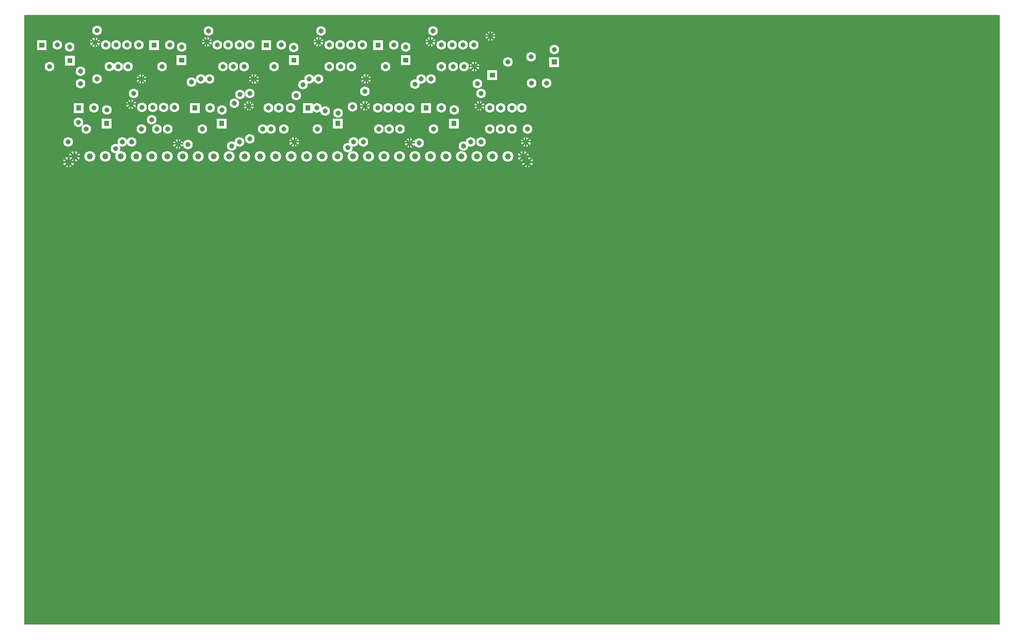
<source format=gbr>
%FSLAX34Y34*%
%MOMM*%
%LNCOPPER_INNER2*%
G71*
G01*
%ADD10C,1.800*%
%ADD11C,1.600*%
%ADD12C,0.333*%
%ADD13C,0.267*%
%ADD14C,1.000*%
%ADD15C,0.800*%
%LPD*%
G36*
X0Y1000000D02*
X1600000Y1000000D01*
X1600000Y0D01*
X0Y0D01*
X0Y1000000D01*
G37*
%LPC*%
X107553Y768350D02*
G54D10*
D03*
X82153Y768350D02*
G54D10*
D03*
X132953Y768350D02*
G54D10*
D03*
X158353Y768350D02*
G54D10*
D03*
X183753Y768350D02*
G54D10*
D03*
X209153Y768350D02*
G54D10*
D03*
X234553Y768350D02*
G54D10*
D03*
X259953Y768350D02*
G54D10*
D03*
X310753Y768350D02*
G54D10*
D03*
X285353Y768350D02*
G54D10*
D03*
X336153Y768350D02*
G54D10*
D03*
X361553Y768350D02*
G54D10*
D03*
X386953Y768350D02*
G54D10*
D03*
X412353Y768350D02*
G54D10*
D03*
X437753Y768350D02*
G54D10*
D03*
X463153Y768350D02*
G54D10*
D03*
X488553Y768350D02*
G54D10*
D03*
X513953Y768350D02*
G54D10*
D03*
X539353Y768350D02*
G54D10*
D03*
X564753Y768350D02*
G54D10*
D03*
X590153Y768350D02*
G54D10*
D03*
X615553Y768350D02*
G54D10*
D03*
X640953Y768350D02*
G54D10*
D03*
X691753Y768350D02*
G54D10*
D03*
X666353Y768350D02*
G54D10*
D03*
X717153Y768350D02*
G54D10*
D03*
X742553Y768350D02*
G54D10*
D03*
X767953Y768350D02*
G54D10*
D03*
X793353Y768350D02*
G54D10*
D03*
X818753Y768350D02*
G54D10*
D03*
X72628Y758825D02*
G54D10*
D03*
X825103Y758825D02*
G54D10*
D03*
X310753Y768350D02*
G54D10*
D03*
X285353Y768350D02*
G54D10*
D03*
X336153Y768350D02*
G54D10*
D03*
X361553Y768350D02*
G54D10*
D03*
X386953Y768350D02*
G54D10*
D03*
X412353Y768350D02*
G54D10*
D03*
X437753Y768350D02*
G54D10*
D03*
X463153Y768350D02*
G54D10*
D03*
X488553Y768350D02*
G54D10*
D03*
X513953Y768350D02*
G54D10*
D03*
X539353Y768350D02*
G54D10*
D03*
X564753Y768350D02*
G54D10*
D03*
X590153Y768350D02*
G54D10*
D03*
X615553Y768350D02*
G54D10*
D03*
X640953Y768350D02*
G54D10*
D03*
X691753Y768350D02*
G54D10*
D03*
X666353Y768350D02*
G54D10*
D03*
X717153Y768350D02*
G54D10*
D03*
X742553Y768350D02*
G54D10*
D03*
X767953Y768350D02*
G54D10*
D03*
X793353Y768350D02*
G54D10*
D03*
X818753Y768350D02*
G54D10*
D03*
X825103Y758825D02*
G54D10*
D03*
X53975Y950912D02*
G54D11*
D03*
G36*
X20575Y958912D02*
X36575Y958912D01*
X36575Y942912D01*
X20575Y942912D01*
X20575Y958912D01*
G37*
X41275Y915988D02*
G54D11*
D03*
X74612Y947738D02*
G54D11*
D03*
G36*
X66612Y933512D02*
X82612Y933512D01*
X82612Y917512D01*
X66612Y917512D01*
X66612Y933512D01*
G37*
X92075Y908050D02*
G54D11*
D03*
X92075Y887412D02*
G54D11*
D03*
X119062Y974725D02*
G54D11*
D03*
X115887Y955675D02*
G54D11*
D03*
X133350Y950912D02*
G54D11*
D03*
X150812Y950912D02*
G54D11*
D03*
X168275Y950912D02*
G54D11*
D03*
X187325Y950912D02*
G54D11*
D03*
X169862Y915988D02*
G54D11*
D03*
X153988Y915988D02*
G54D11*
D03*
X139700Y915988D02*
G54D11*
D03*
X119062Y895350D02*
G54D11*
D03*
X179388Y871538D02*
G54D11*
D03*
X174625Y854075D02*
G54D11*
D03*
X134938Y844550D02*
G54D11*
D03*
X114300Y847725D02*
G54D11*
D03*
G36*
X80900Y855725D02*
X96900Y855725D01*
X96900Y839725D01*
X80900Y839725D01*
X80900Y855725D01*
G37*
X88900Y823912D02*
G54D11*
D03*
X101600Y812800D02*
G54D11*
D03*
G36*
X126937Y830325D02*
X142937Y830325D01*
X142937Y814325D01*
X126937Y814325D01*
X126937Y830325D01*
G37*
X149225Y781050D02*
G54D11*
D03*
X160338Y792162D02*
G54D11*
D03*
X176212Y792162D02*
G54D11*
D03*
X192088Y812800D02*
G54D11*
D03*
X217488Y812800D02*
G54D11*
D03*
X234950Y812800D02*
G54D11*
D03*
X209153Y828675D02*
G54D11*
D03*
X192881Y848519D02*
G54D11*
D03*
X210344Y848519D02*
G54D11*
D03*
X228600Y848519D02*
G54D11*
D03*
X246062Y848519D02*
G54D11*
D03*
X225425Y915988D02*
G54D11*
D03*
X273844Y890588D02*
G54D11*
D03*
X288925Y895350D02*
G54D11*
D03*
X304006Y895350D02*
G54D11*
D03*
G36*
X204725Y958912D02*
X220725Y958912D01*
X220725Y942912D01*
X204725Y942912D01*
X204725Y958912D01*
G37*
X238125Y950912D02*
G54D11*
D03*
X257969Y947738D02*
G54D11*
D03*
G36*
X249969Y934306D02*
X265969Y934306D01*
X265969Y918306D01*
X249969Y918306D01*
X249969Y934306D01*
G37*
X302419Y973931D02*
G54D11*
D03*
X299244Y956469D02*
G54D11*
D03*
X316706Y950912D02*
G54D11*
D03*
X334169Y950912D02*
G54D11*
D03*
X352425Y950912D02*
G54D11*
D03*
X369888Y950912D02*
G54D11*
D03*
G36*
X388875Y958912D02*
X404875Y958912D01*
X404875Y942912D01*
X388875Y942912D01*
X388875Y958912D01*
G37*
X421481Y950912D02*
G54D11*
D03*
X442119Y946944D02*
G54D11*
D03*
G36*
X434119Y934306D02*
X450119Y934306D01*
X450119Y918306D01*
X434119Y918306D01*
X434119Y934306D01*
G37*
X500062Y950912D02*
G54D11*
D03*
X518319Y950912D02*
G54D11*
D03*
X535781Y950912D02*
G54D11*
D03*
X554038Y950912D02*
G54D11*
D03*
X486569Y973931D02*
G54D11*
D03*
X482600Y956469D02*
G54D11*
D03*
G36*
X572231Y958912D02*
X588231Y958912D01*
X588231Y942912D01*
X572231Y942912D01*
X572231Y958912D01*
G37*
X605631Y950912D02*
G54D11*
D03*
X625475Y947738D02*
G54D11*
D03*
G36*
X617475Y934306D02*
X633475Y934306D01*
X633475Y918306D01*
X617475Y918306D01*
X617475Y934306D01*
G37*
X684212Y950912D02*
G54D11*
D03*
X701675Y950912D02*
G54D11*
D03*
X719138Y950912D02*
G54D11*
D03*
X737394Y950912D02*
G54D11*
D03*
X669925Y973931D02*
G54D11*
D03*
X665956Y956469D02*
G54D11*
D03*
X764381Y965994D02*
G54D11*
D03*
G36*
X759556Y909700D02*
X775556Y909700D01*
X775556Y893700D01*
X759556Y893700D01*
X759556Y909700D01*
G37*
X831056Y931862D02*
G54D11*
D03*
X831850Y888206D02*
G54D11*
D03*
X856456Y888206D02*
G54D11*
D03*
X869156Y943769D02*
G54D11*
D03*
G36*
X861156Y931131D02*
X877156Y931131D01*
X877156Y915131D01*
X861156Y915131D01*
X861156Y931131D01*
G37*
X792956Y923131D02*
G54D11*
D03*
X738187Y915987D02*
G54D11*
D03*
X720725Y915988D02*
G54D11*
D03*
X703262Y915988D02*
G54D11*
D03*
X684212Y915988D02*
G54D11*
D03*
X592138Y915988D02*
G54D11*
D03*
X536575Y915988D02*
G54D11*
D03*
X519112Y915988D02*
G54D11*
D03*
X500062Y915988D02*
G54D11*
D03*
X409575Y915988D02*
G54D11*
D03*
X360362Y915988D02*
G54D11*
D03*
X342900Y915988D02*
G54D11*
D03*
X325438Y915988D02*
G54D11*
D03*
X666750Y895350D02*
G54D11*
D03*
X650875Y895350D02*
G54D11*
D03*
X482600Y895350D02*
G54D11*
D03*
X466725Y895350D02*
G54D11*
D03*
X457200Y885825D02*
G54D11*
D03*
X640556Y886619D02*
G54D11*
D03*
X742950Y887412D02*
G54D11*
D03*
X558800Y874712D02*
G54D11*
D03*
X579438Y847725D02*
G54D11*
D03*
X596900Y847725D02*
G54D11*
D03*
X614362Y847725D02*
G54D11*
D03*
X479425Y847725D02*
G54D11*
D03*
G36*
X457137Y855725D02*
X473137Y855725D01*
X473137Y839725D01*
X457137Y839725D01*
X457137Y855725D01*
G37*
X493712Y842962D02*
G54D11*
D03*
X538162Y849312D02*
G54D11*
D03*
X558800Y850900D02*
G54D11*
D03*
X514350Y839788D02*
G54D11*
D03*
G36*
X506350Y830325D02*
X522350Y830325D01*
X522350Y814325D01*
X506350Y814325D01*
X506350Y830325D01*
G37*
X631825Y847725D02*
G54D11*
D03*
G36*
X650812Y855725D02*
X666812Y855725D01*
X666812Y839725D01*
X650812Y839725D01*
X650812Y855725D01*
G37*
X684212Y847725D02*
G54D11*
D03*
X763588Y847725D02*
G54D11*
D03*
X781050Y847725D02*
G54D11*
D03*
X800100Y847725D02*
G54D11*
D03*
X815975Y847725D02*
G54D11*
D03*
X800100Y812800D02*
G54D11*
D03*
X781050Y812800D02*
G54D11*
D03*
X763588Y812800D02*
G54D11*
D03*
X749300Y871538D02*
G54D11*
D03*
X746125Y850900D02*
G54D11*
D03*
X704850Y844550D02*
G54D11*
D03*
G36*
X696850Y830325D02*
X712850Y830325D01*
X712850Y814325D01*
X696850Y814325D01*
X696850Y830325D01*
G37*
X825500Y812800D02*
G54D11*
D03*
X822325Y792162D02*
G54D11*
D03*
X749300Y792162D02*
G54D11*
D03*
X731838Y792162D02*
G54D11*
D03*
X719931Y785019D02*
G54D11*
D03*
X671512Y812800D02*
G54D11*
D03*
X647700Y790575D02*
G54D11*
D03*
X631825Y790575D02*
G54D11*
D03*
X615950Y812800D02*
G54D11*
D03*
X598488Y812800D02*
G54D11*
D03*
X581025Y812800D02*
G54D11*
D03*
X481012Y812800D02*
G54D11*
D03*
X555625Y792162D02*
G54D11*
D03*
X539750Y792162D02*
G54D11*
D03*
X530225Y782638D02*
G54D11*
D03*
X446088Y868362D02*
G54D11*
D03*
X442912Y792162D02*
G54D11*
D03*
X425450Y812800D02*
G54D11*
D03*
X404812Y812800D02*
G54D11*
D03*
X390525Y812800D02*
G54D11*
D03*
X292100Y812800D02*
G54D11*
D03*
G36*
X271400Y855725D02*
X287400Y855725D01*
X287400Y839725D01*
X271400Y839725D01*
X271400Y855725D01*
G37*
X304800Y847725D02*
G54D11*
D03*
X323850Y844550D02*
G54D11*
D03*
G36*
X315850Y830325D02*
X331850Y830325D01*
X331850Y814325D01*
X315850Y814325D01*
X315850Y830325D01*
G37*
X344488Y855662D02*
G54D11*
D03*
X354012Y869950D02*
G54D11*
D03*
X369888Y871538D02*
G54D11*
D03*
X368300Y850900D02*
G54D11*
D03*
X339725Y785019D02*
G54D11*
D03*
X352425Y792162D02*
G54D11*
D03*
X369888Y796925D02*
G54D11*
D03*
X400050Y847725D02*
G54D11*
D03*
X417512Y847725D02*
G54D11*
D03*
X436562Y847725D02*
G54D11*
D03*
X376237Y895350D02*
G54D11*
D03*
X192087Y895350D02*
G54D11*
D03*
X252412Y788988D02*
G54D11*
D03*
X268288Y787400D02*
G54D11*
D03*
X560387Y895350D02*
G54D11*
D03*
X71438Y792162D02*
G54D11*
D03*
%LPD*%
G54D12*
G36*
X80486Y768350D02*
X80486Y777850D01*
X83820Y777850D01*
X83820Y768350D01*
X80486Y768350D01*
G37*
G36*
X80974Y769529D02*
X87692Y776246D01*
X90049Y773889D01*
X83332Y767171D01*
X80974Y769529D01*
G37*
G36*
X82153Y770017D02*
X91653Y770017D01*
X91653Y766683D01*
X82153Y766683D01*
X82153Y770017D01*
G37*
G36*
X83332Y769529D02*
X90049Y762811D01*
X87692Y760454D01*
X80974Y767171D01*
X83332Y769529D01*
G37*
G36*
X83820Y768350D02*
X83820Y758850D01*
X80486Y758850D01*
X80486Y768350D01*
X83820Y768350D01*
G37*
G36*
X83332Y767171D02*
X76614Y760454D01*
X74257Y762811D01*
X80974Y769529D01*
X83332Y767171D01*
G37*
G36*
X82153Y766683D02*
X72653Y766683D01*
X72653Y770017D01*
X82153Y770017D01*
X82153Y766683D01*
G37*
G36*
X80974Y767171D02*
X74257Y773889D01*
X76614Y776246D01*
X83332Y769529D01*
X80974Y767171D01*
G37*
G54D12*
G36*
X70961Y758825D02*
X70961Y768325D01*
X74295Y768325D01*
X74295Y758825D01*
X70961Y758825D01*
G37*
G36*
X71449Y760004D02*
X78167Y766721D01*
X80524Y764364D01*
X73807Y757646D01*
X71449Y760004D01*
G37*
G36*
X72628Y760492D02*
X82128Y760492D01*
X82128Y757158D01*
X72628Y757158D01*
X72628Y760492D01*
G37*
G36*
X73807Y760004D02*
X80524Y753286D01*
X78167Y750929D01*
X71449Y757646D01*
X73807Y760004D01*
G37*
G36*
X74295Y758825D02*
X74295Y749325D01*
X70961Y749325D01*
X70961Y758825D01*
X74295Y758825D01*
G37*
G36*
X73807Y757646D02*
X67089Y750929D01*
X64732Y753286D01*
X71449Y760004D01*
X73807Y757646D01*
G37*
G36*
X72628Y757158D02*
X63128Y757158D01*
X63128Y760492D01*
X72628Y760492D01*
X72628Y757158D01*
G37*
G36*
X71449Y757646D02*
X64732Y764364D01*
X67089Y766721D01*
X73807Y760004D01*
X71449Y757646D01*
G37*
G54D12*
G54D12*
G54D12*
G36*
X817086Y768350D02*
X817086Y777850D01*
X820420Y777850D01*
X820420Y768350D01*
X817086Y768350D01*
G37*
G36*
X817574Y769529D02*
X824292Y776246D01*
X826649Y773889D01*
X819932Y767171D01*
X817574Y769529D01*
G37*
G36*
X818753Y770017D02*
X828253Y770017D01*
X828253Y766683D01*
X818753Y766683D01*
X818753Y770017D01*
G37*
G36*
X819932Y769529D02*
X826649Y762811D01*
X824292Y760454D01*
X817574Y767171D01*
X819932Y769529D01*
G37*
G36*
X820420Y768350D02*
X820420Y758850D01*
X817086Y758850D01*
X817086Y768350D01*
X820420Y768350D01*
G37*
G36*
X819932Y767171D02*
X813214Y760454D01*
X810857Y762811D01*
X817574Y769529D01*
X819932Y767171D01*
G37*
G36*
X818753Y766683D02*
X809253Y766683D01*
X809253Y770017D01*
X818753Y770017D01*
X818753Y766683D01*
G37*
G36*
X817574Y767171D02*
X810857Y773889D01*
X813214Y776246D01*
X819932Y769529D01*
X817574Y767171D01*
G37*
G54D12*
G36*
X823436Y758825D02*
X823436Y768325D01*
X826770Y768325D01*
X826770Y758825D01*
X823436Y758825D01*
G37*
G36*
X823924Y760004D02*
X830642Y766721D01*
X832999Y764364D01*
X826282Y757646D01*
X823924Y760004D01*
G37*
G36*
X825103Y760492D02*
X834603Y760492D01*
X834603Y757158D01*
X825103Y757158D01*
X825103Y760492D01*
G37*
G36*
X826282Y760004D02*
X832999Y753286D01*
X830642Y750929D01*
X823924Y757646D01*
X826282Y760004D01*
G37*
G36*
X826770Y758825D02*
X826770Y749325D01*
X823436Y749325D01*
X823436Y758825D01*
X826770Y758825D01*
G37*
G36*
X826282Y757646D02*
X819564Y750929D01*
X817207Y753286D01*
X823924Y760004D01*
X826282Y757646D01*
G37*
G36*
X825103Y757158D02*
X815603Y757158D01*
X815603Y760492D01*
X825103Y760492D01*
X825103Y757158D01*
G37*
G36*
X823924Y757646D02*
X817207Y764364D01*
X819564Y766721D01*
X826282Y760004D01*
X823924Y757646D01*
G37*
G54D13*
G54D13*
G54D13*
G36*
X114554Y955675D02*
X114554Y964175D01*
X117220Y964175D01*
X117220Y955675D01*
X114554Y955675D01*
G37*
G36*
X114944Y956618D02*
X120955Y962628D01*
X122840Y960743D01*
X116830Y954732D01*
X114944Y956618D01*
G37*
G36*
X115887Y957008D02*
X124387Y957008D01*
X124387Y954342D01*
X115887Y954342D01*
X115887Y957008D01*
G37*
G36*
X116830Y956618D02*
X122840Y950607D01*
X120955Y948722D01*
X114944Y954732D01*
X116830Y956618D01*
G37*
G36*
X117220Y955675D02*
X117220Y947175D01*
X114554Y947175D01*
X114554Y955675D01*
X117220Y955675D01*
G37*
G36*
X116830Y954732D02*
X110819Y948722D01*
X108934Y950607D01*
X114944Y956618D01*
X116830Y954732D01*
G37*
G36*
X115887Y954342D02*
X107387Y954342D01*
X107387Y957008D01*
X115887Y957008D01*
X115887Y954342D01*
G37*
G36*
X114944Y954732D02*
X108934Y960743D01*
X110819Y962628D01*
X116830Y956618D01*
X114944Y954732D01*
G37*
G54D13*
G36*
X173292Y854075D02*
X173292Y862575D01*
X175958Y862575D01*
X175958Y854075D01*
X173292Y854075D01*
G37*
G36*
X173682Y855018D02*
X179693Y861028D01*
X181578Y859143D01*
X175568Y853132D01*
X173682Y855018D01*
G37*
G36*
X174625Y855408D02*
X183125Y855408D01*
X183125Y852742D01*
X174625Y852742D01*
X174625Y855408D01*
G37*
G36*
X175568Y855018D02*
X181578Y849007D01*
X179693Y847122D01*
X173682Y853132D01*
X175568Y855018D01*
G37*
G36*
X175958Y854075D02*
X175958Y845575D01*
X173292Y845575D01*
X173292Y854075D01*
X175958Y854075D01*
G37*
G36*
X175568Y853132D02*
X169557Y847122D01*
X167672Y849007D01*
X173682Y855018D01*
X175568Y853132D01*
G37*
G36*
X174625Y852742D02*
X166125Y852742D01*
X166125Y855408D01*
X174625Y855408D01*
X174625Y852742D01*
G37*
G36*
X173682Y853132D02*
X167672Y859143D01*
X169557Y861028D01*
X175568Y855018D01*
X173682Y853132D01*
G37*
G54D13*
G54D13*
G54D13*
G54D13*
G54D13*
G36*
X297911Y956469D02*
X297911Y964969D01*
X300577Y964969D01*
X300577Y956469D01*
X297911Y956469D01*
G37*
G36*
X298301Y957412D02*
X304312Y963422D01*
X306197Y961537D01*
X300187Y955526D01*
X298301Y957412D01*
G37*
G36*
X299244Y957802D02*
X307744Y957802D01*
X307744Y955136D01*
X299244Y955136D01*
X299244Y957802D01*
G37*
G36*
X300187Y957412D02*
X306197Y951401D01*
X304312Y949516D01*
X298301Y955526D01*
X300187Y957412D01*
G37*
G36*
X300577Y956469D02*
X300577Y947969D01*
X297911Y947969D01*
X297911Y956469D01*
X300577Y956469D01*
G37*
G36*
X300187Y955526D02*
X294176Y949516D01*
X292291Y951401D01*
X298301Y957412D01*
X300187Y955526D01*
G37*
G36*
X299244Y955136D02*
X290744Y955136D01*
X290744Y957802D01*
X299244Y957802D01*
X299244Y955136D01*
G37*
G36*
X298301Y955526D02*
X292291Y961537D01*
X294176Y963422D01*
X300187Y957412D01*
X298301Y955526D01*
G37*
G54D13*
G54D13*
G54D13*
G36*
X481267Y956469D02*
X481267Y964969D01*
X483933Y964969D01*
X483933Y956469D01*
X481267Y956469D01*
G37*
G36*
X481657Y957412D02*
X487668Y963422D01*
X489553Y961537D01*
X483543Y955526D01*
X481657Y957412D01*
G37*
G36*
X482600Y957802D02*
X491100Y957802D01*
X491100Y955136D01*
X482600Y955136D01*
X482600Y957802D01*
G37*
G36*
X483543Y957412D02*
X489553Y951401D01*
X487668Y949516D01*
X481657Y955526D01*
X483543Y957412D01*
G37*
G36*
X483933Y956469D02*
X483933Y947969D01*
X481267Y947969D01*
X481267Y956469D01*
X483933Y956469D01*
G37*
G36*
X483543Y955526D02*
X477532Y949516D01*
X475647Y951401D01*
X481657Y957412D01*
X483543Y955526D01*
G37*
G36*
X482600Y955136D02*
X474100Y955136D01*
X474100Y957802D01*
X482600Y957802D01*
X482600Y955136D01*
G37*
G36*
X481657Y955526D02*
X475647Y961537D01*
X477532Y963422D01*
X483543Y957412D01*
X481657Y955526D01*
G37*
G54D13*
G54D13*
G54D13*
G36*
X664623Y956469D02*
X664623Y964969D01*
X667289Y964969D01*
X667289Y956469D01*
X664623Y956469D01*
G37*
G36*
X665013Y957412D02*
X671024Y963422D01*
X672909Y961537D01*
X666899Y955526D01*
X665013Y957412D01*
G37*
G36*
X665956Y957802D02*
X674456Y957802D01*
X674456Y955136D01*
X665956Y955136D01*
X665956Y957802D01*
G37*
G36*
X666899Y957412D02*
X672909Y951401D01*
X671024Y949516D01*
X665013Y955526D01*
X666899Y957412D01*
G37*
G36*
X667289Y956469D02*
X667289Y947969D01*
X664623Y947969D01*
X664623Y956469D01*
X667289Y956469D01*
G37*
G36*
X666899Y955526D02*
X660888Y949516D01*
X659003Y951401D01*
X665013Y957412D01*
X666899Y955526D01*
G37*
G36*
X665956Y955136D02*
X657456Y955136D01*
X657456Y957802D01*
X665956Y957802D01*
X665956Y955136D01*
G37*
G36*
X665013Y955526D02*
X659003Y961537D01*
X660888Y963422D01*
X666899Y957412D01*
X665013Y955526D01*
G37*
G54D13*
G36*
X763048Y965994D02*
X763048Y974494D01*
X765714Y974494D01*
X765714Y965994D01*
X763048Y965994D01*
G37*
G36*
X763438Y966937D02*
X769449Y972947D01*
X771334Y971062D01*
X765324Y965051D01*
X763438Y966937D01*
G37*
G36*
X764381Y967327D02*
X772881Y967327D01*
X772881Y964661D01*
X764381Y964661D01*
X764381Y967327D01*
G37*
G36*
X765324Y966937D02*
X771334Y960926D01*
X769449Y959041D01*
X763438Y965051D01*
X765324Y966937D01*
G37*
G36*
X765714Y965994D02*
X765714Y957494D01*
X763048Y957494D01*
X763048Y965994D01*
X765714Y965994D01*
G37*
G36*
X765324Y965051D02*
X759313Y959041D01*
X757428Y960926D01*
X763438Y966937D01*
X765324Y965051D01*
G37*
G36*
X764381Y964661D02*
X755881Y964661D01*
X755881Y967327D01*
X764381Y967327D01*
X764381Y964661D01*
G37*
G36*
X763438Y965051D02*
X757428Y971062D01*
X759313Y972947D01*
X765324Y966937D01*
X763438Y965051D01*
G37*
G54D13*
G54D13*
G54D13*
G36*
X736854Y915987D02*
X736854Y924487D01*
X739520Y924487D01*
X739520Y915987D01*
X736854Y915987D01*
G37*
G36*
X737244Y916930D02*
X743255Y922940D01*
X745140Y921055D01*
X739130Y915044D01*
X737244Y916930D01*
G37*
G36*
X738187Y917320D02*
X746687Y917320D01*
X746687Y914654D01*
X738187Y914654D01*
X738187Y917320D01*
G37*
G36*
X739130Y916930D02*
X745140Y910919D01*
X743255Y909034D01*
X737244Y915044D01*
X739130Y916930D01*
G37*
G36*
X739520Y915987D02*
X739520Y907487D01*
X736854Y907487D01*
X736854Y915987D01*
X739520Y915987D01*
G37*
G36*
X739130Y915044D02*
X733119Y909034D01*
X731234Y910919D01*
X737244Y916930D01*
X739130Y915044D01*
G37*
G36*
X738187Y914654D02*
X729687Y914654D01*
X729687Y917320D01*
X738187Y917320D01*
X738187Y914654D01*
G37*
G36*
X737244Y915044D02*
X731234Y921055D01*
X733119Y922940D01*
X739130Y916930D01*
X737244Y915044D01*
G37*
G54D13*
G54D13*
G36*
X557467Y850900D02*
X557467Y859400D01*
X560133Y859400D01*
X560133Y850900D01*
X557467Y850900D01*
G37*
G36*
X557857Y851843D02*
X563868Y857853D01*
X565753Y855968D01*
X559743Y849957D01*
X557857Y851843D01*
G37*
G36*
X558800Y852233D02*
X567300Y852233D01*
X567300Y849567D01*
X558800Y849567D01*
X558800Y852233D01*
G37*
G36*
X559743Y851843D02*
X565753Y845832D01*
X563868Y843947D01*
X557857Y849957D01*
X559743Y851843D01*
G37*
G36*
X560133Y850900D02*
X560133Y842400D01*
X557467Y842400D01*
X557467Y850900D01*
X560133Y850900D01*
G37*
G36*
X559743Y849957D02*
X553732Y843947D01*
X551847Y845832D01*
X557857Y851843D01*
X559743Y849957D01*
G37*
G36*
X558800Y849567D02*
X550300Y849567D01*
X550300Y852233D01*
X558800Y852233D01*
X558800Y849567D01*
G37*
G36*
X557857Y849957D02*
X551847Y855968D01*
X553732Y857853D01*
X559743Y851843D01*
X557857Y849957D01*
G37*
G54D13*
G54D13*
G54D13*
G36*
X744792Y850900D02*
X744792Y859400D01*
X747458Y859400D01*
X747458Y850900D01*
X744792Y850900D01*
G37*
G36*
X745182Y851843D02*
X751193Y857853D01*
X753078Y855968D01*
X747068Y849957D01*
X745182Y851843D01*
G37*
G36*
X746125Y852233D02*
X754625Y852233D01*
X754625Y849567D01*
X746125Y849567D01*
X746125Y852233D01*
G37*
G36*
X747068Y851843D02*
X753078Y845832D01*
X751193Y843947D01*
X745182Y849957D01*
X747068Y851843D01*
G37*
G36*
X747458Y850900D02*
X747458Y842400D01*
X744792Y842400D01*
X744792Y850900D01*
X747458Y850900D01*
G37*
G36*
X747068Y849957D02*
X741057Y843947D01*
X739172Y845832D01*
X745182Y851843D01*
X747068Y849957D01*
G37*
G36*
X746125Y849567D02*
X737625Y849567D01*
X737625Y852233D01*
X746125Y852233D01*
X746125Y849567D01*
G37*
G36*
X745182Y849957D02*
X739172Y855968D01*
X741057Y857853D01*
X747068Y851843D01*
X745182Y849957D01*
G37*
G54D13*
G54D13*
G36*
X820992Y792162D02*
X820992Y800662D01*
X823658Y800662D01*
X823658Y792162D01*
X820992Y792162D01*
G37*
G36*
X821382Y793105D02*
X827393Y799115D01*
X829278Y797230D01*
X823268Y791219D01*
X821382Y793105D01*
G37*
G36*
X822325Y793495D02*
X830825Y793495D01*
X830825Y790829D01*
X822325Y790829D01*
X822325Y793495D01*
G37*
G36*
X823268Y793105D02*
X829278Y787094D01*
X827393Y785209D01*
X821382Y791219D01*
X823268Y793105D01*
G37*
G36*
X823658Y792162D02*
X823658Y783662D01*
X820992Y783662D01*
X820992Y792162D01*
X823658Y792162D01*
G37*
G36*
X823268Y791219D02*
X817257Y785209D01*
X815372Y787094D01*
X821382Y793105D01*
X823268Y791219D01*
G37*
G36*
X822325Y790829D02*
X813825Y790829D01*
X813825Y793495D01*
X822325Y793495D01*
X822325Y790829D01*
G37*
G36*
X821382Y791219D02*
X815372Y797230D01*
X817257Y799115D01*
X823268Y793105D01*
X821382Y791219D01*
G37*
G54D13*
G36*
X630492Y790575D02*
X630492Y799075D01*
X633158Y799075D01*
X633158Y790575D01*
X630492Y790575D01*
G37*
G36*
X630882Y791518D02*
X636893Y797528D01*
X638778Y795643D01*
X632768Y789632D01*
X630882Y791518D01*
G37*
G36*
X631825Y791908D02*
X640325Y791908D01*
X640325Y789242D01*
X631825Y789242D01*
X631825Y791908D01*
G37*
G36*
X632768Y791518D02*
X638778Y785507D01*
X636893Y783622D01*
X630882Y789632D01*
X632768Y791518D01*
G37*
G36*
X633158Y790575D02*
X633158Y782075D01*
X630492Y782075D01*
X630492Y790575D01*
X633158Y790575D01*
G37*
G36*
X632768Y789632D02*
X626757Y783622D01*
X624872Y785507D01*
X630882Y791518D01*
X632768Y789632D01*
G37*
G36*
X631825Y789242D02*
X623325Y789242D01*
X623325Y791908D01*
X631825Y791908D01*
X631825Y789242D01*
G37*
G36*
X630882Y789632D02*
X624872Y795643D01*
X626757Y797528D01*
X632768Y791518D01*
X630882Y789632D01*
G37*
G54D13*
G36*
X441579Y792162D02*
X441579Y800662D01*
X444245Y800662D01*
X444245Y792162D01*
X441579Y792162D01*
G37*
G36*
X441969Y793105D02*
X447980Y799115D01*
X449865Y797230D01*
X443855Y791219D01*
X441969Y793105D01*
G37*
G36*
X442912Y793495D02*
X451412Y793495D01*
X451412Y790829D01*
X442912Y790829D01*
X442912Y793495D01*
G37*
G36*
X443855Y793105D02*
X449865Y787094D01*
X447980Y785209D01*
X441969Y791219D01*
X443855Y793105D01*
G37*
G36*
X444245Y792162D02*
X444245Y783662D01*
X441579Y783662D01*
X441579Y792162D01*
X444245Y792162D01*
G37*
G36*
X443855Y791219D02*
X437844Y785209D01*
X435959Y787094D01*
X441969Y793105D01*
X443855Y791219D01*
G37*
G36*
X442912Y790829D02*
X434412Y790829D01*
X434412Y793495D01*
X442912Y793495D01*
X442912Y790829D01*
G37*
G36*
X441969Y791219D02*
X435959Y797230D01*
X437844Y799115D01*
X443855Y793105D01*
X441969Y791219D01*
G37*
G54D13*
G54D13*
G54D13*
G36*
X366967Y850900D02*
X366967Y859400D01*
X369633Y859400D01*
X369633Y850900D01*
X366967Y850900D01*
G37*
G36*
X367357Y851843D02*
X373368Y857853D01*
X375253Y855968D01*
X369243Y849957D01*
X367357Y851843D01*
G37*
G36*
X368300Y852233D02*
X376800Y852233D01*
X376800Y849567D01*
X368300Y849567D01*
X368300Y852233D01*
G37*
G36*
X369243Y851843D02*
X375253Y845832D01*
X373368Y843947D01*
X367357Y849957D01*
X369243Y851843D01*
G37*
G36*
X369633Y850900D02*
X369633Y842400D01*
X366967Y842400D01*
X366967Y850900D01*
X369633Y850900D01*
G37*
G36*
X369243Y849957D02*
X363232Y843947D01*
X361347Y845832D01*
X367357Y851843D01*
X369243Y849957D01*
G37*
G36*
X368300Y849567D02*
X359800Y849567D01*
X359800Y852233D01*
X368300Y852233D01*
X368300Y849567D01*
G37*
G36*
X367357Y849957D02*
X361347Y855968D01*
X363232Y857853D01*
X369243Y851843D01*
X367357Y849957D01*
G37*
G54D13*
G36*
X374904Y895350D02*
X374904Y903850D01*
X377570Y903850D01*
X377570Y895350D01*
X374904Y895350D01*
G37*
G36*
X375294Y896293D02*
X381305Y902303D01*
X383190Y900418D01*
X377180Y894407D01*
X375294Y896293D01*
G37*
G36*
X376237Y896683D02*
X384737Y896683D01*
X384737Y894017D01*
X376237Y894017D01*
X376237Y896683D01*
G37*
G36*
X377180Y896293D02*
X383190Y890282D01*
X381305Y888397D01*
X375294Y894407D01*
X377180Y896293D01*
G37*
G36*
X377570Y895350D02*
X377570Y886850D01*
X374904Y886850D01*
X374904Y895350D01*
X377570Y895350D01*
G37*
G36*
X377180Y894407D02*
X371169Y888397D01*
X369284Y890282D01*
X375294Y896293D01*
X377180Y894407D01*
G37*
G36*
X376237Y894017D02*
X367737Y894017D01*
X367737Y896683D01*
X376237Y896683D01*
X376237Y894017D01*
G37*
G36*
X375294Y894407D02*
X369284Y900418D01*
X371169Y902303D01*
X377180Y896293D01*
X375294Y894407D01*
G37*
G54D13*
G36*
X190754Y895350D02*
X190754Y903850D01*
X193420Y903850D01*
X193420Y895350D01*
X190754Y895350D01*
G37*
G36*
X191144Y896293D02*
X197155Y902303D01*
X199040Y900418D01*
X193030Y894407D01*
X191144Y896293D01*
G37*
G36*
X192087Y896683D02*
X200587Y896683D01*
X200587Y894017D01*
X192087Y894017D01*
X192087Y896683D01*
G37*
G36*
X193030Y896293D02*
X199040Y890282D01*
X197155Y888397D01*
X191144Y894407D01*
X193030Y896293D01*
G37*
G36*
X193420Y895350D02*
X193420Y886850D01*
X190754Y886850D01*
X190754Y895350D01*
X193420Y895350D01*
G37*
G36*
X193030Y894407D02*
X187019Y888397D01*
X185134Y890282D01*
X191144Y896293D01*
X193030Y894407D01*
G37*
G36*
X192087Y894017D02*
X183587Y894017D01*
X183587Y896683D01*
X192087Y896683D01*
X192087Y894017D01*
G37*
G36*
X191144Y894407D02*
X185134Y900418D01*
X187019Y902303D01*
X193030Y896293D01*
X191144Y894407D01*
G37*
G54D13*
G36*
X251079Y788988D02*
X251079Y797488D01*
X253745Y797488D01*
X253745Y788988D01*
X251079Y788988D01*
G37*
G36*
X251469Y789931D02*
X257480Y795941D01*
X259365Y794056D01*
X253355Y788045D01*
X251469Y789931D01*
G37*
G36*
X252412Y790321D02*
X260912Y790321D01*
X260912Y787655D01*
X252412Y787655D01*
X252412Y790321D01*
G37*
G36*
X253355Y789931D02*
X259365Y783920D01*
X257480Y782035D01*
X251469Y788045D01*
X253355Y789931D01*
G37*
G36*
X253745Y788988D02*
X253745Y780488D01*
X251079Y780488D01*
X251079Y788988D01*
X253745Y788988D01*
G37*
G36*
X253355Y788045D02*
X247344Y782035D01*
X245459Y783920D01*
X251469Y789931D01*
X253355Y788045D01*
G37*
G36*
X252412Y787655D02*
X243912Y787655D01*
X243912Y790321D01*
X252412Y790321D01*
X252412Y787655D01*
G37*
G36*
X251469Y788045D02*
X245459Y794056D01*
X247344Y795941D01*
X253355Y789931D01*
X251469Y788045D01*
G37*
G54D13*
G36*
X559054Y895350D02*
X559054Y903850D01*
X561720Y903850D01*
X561720Y895350D01*
X559054Y895350D01*
G37*
G36*
X559444Y896293D02*
X565455Y902303D01*
X567340Y900418D01*
X561330Y894407D01*
X559444Y896293D01*
G37*
G36*
X560387Y896683D02*
X568887Y896683D01*
X568887Y894017D01*
X560387Y894017D01*
X560387Y896683D01*
G37*
G36*
X561330Y896293D02*
X567340Y890282D01*
X565455Y888397D01*
X559444Y894407D01*
X561330Y896293D01*
G37*
G36*
X561720Y895350D02*
X561720Y886850D01*
X559054Y886850D01*
X559054Y895350D01*
X561720Y895350D01*
G37*
G36*
X561330Y894407D02*
X555319Y888397D01*
X553434Y890282D01*
X559444Y896293D01*
X561330Y894407D01*
G37*
G36*
X560387Y894017D02*
X551887Y894017D01*
X551887Y896683D01*
X560387Y896683D01*
X560387Y894017D01*
G37*
G36*
X559444Y894407D02*
X553434Y900418D01*
X555319Y902303D01*
X561330Y896293D01*
X559444Y894407D01*
G37*
X107553Y768350D02*
G54D14*
D03*
X82153Y768350D02*
G54D14*
D03*
X132953Y768350D02*
G54D14*
D03*
X158353Y768350D02*
G54D14*
D03*
X183753Y768350D02*
G54D14*
D03*
X209153Y768350D02*
G54D14*
D03*
X234553Y768350D02*
G54D14*
D03*
X259953Y768350D02*
G54D14*
D03*
X310753Y768350D02*
G54D14*
D03*
X285353Y768350D02*
G54D14*
D03*
X336153Y768350D02*
G54D14*
D03*
X361553Y768350D02*
G54D14*
D03*
X386953Y768350D02*
G54D14*
D03*
X412353Y768350D02*
G54D14*
D03*
X437753Y768350D02*
G54D14*
D03*
X463153Y768350D02*
G54D14*
D03*
X488553Y768350D02*
G54D14*
D03*
X513953Y768350D02*
G54D14*
D03*
X539353Y768350D02*
G54D14*
D03*
X564753Y768350D02*
G54D14*
D03*
X590153Y768350D02*
G54D14*
D03*
X615553Y768350D02*
G54D14*
D03*
X640953Y768350D02*
G54D14*
D03*
X691753Y768350D02*
G54D14*
D03*
X666353Y768350D02*
G54D14*
D03*
X717153Y768350D02*
G54D14*
D03*
X742553Y768350D02*
G54D14*
D03*
X767953Y768350D02*
G54D14*
D03*
X793353Y768350D02*
G54D14*
D03*
X818753Y768350D02*
G54D14*
D03*
X72628Y758825D02*
G54D14*
D03*
X825103Y758825D02*
G54D14*
D03*
X310753Y768350D02*
G54D14*
D03*
X285353Y768350D02*
G54D14*
D03*
X336153Y768350D02*
G54D14*
D03*
X361553Y768350D02*
G54D14*
D03*
X386953Y768350D02*
G54D14*
D03*
X412353Y768350D02*
G54D14*
D03*
X437753Y768350D02*
G54D14*
D03*
X463153Y768350D02*
G54D14*
D03*
X488553Y768350D02*
G54D14*
D03*
X513953Y768350D02*
G54D14*
D03*
X539353Y768350D02*
G54D14*
D03*
X564753Y768350D02*
G54D14*
D03*
X590153Y768350D02*
G54D14*
D03*
X615553Y768350D02*
G54D14*
D03*
X640953Y768350D02*
G54D14*
D03*
X691753Y768350D02*
G54D14*
D03*
X666353Y768350D02*
G54D14*
D03*
X717153Y768350D02*
G54D14*
D03*
X742553Y768350D02*
G54D14*
D03*
X767953Y768350D02*
G54D14*
D03*
X793353Y768350D02*
G54D14*
D03*
X818753Y768350D02*
G54D14*
D03*
X825103Y758825D02*
G54D14*
D03*
X53975Y950912D02*
G54D15*
D03*
G36*
X24575Y954912D02*
X32575Y954912D01*
X32575Y946912D01*
X24575Y946912D01*
X24575Y954912D01*
G37*
X41275Y915988D02*
G54D15*
D03*
X74612Y947738D02*
G54D15*
D03*
G36*
X70612Y929512D02*
X78612Y929512D01*
X78612Y921512D01*
X70612Y921512D01*
X70612Y929512D01*
G37*
X92075Y908050D02*
G54D15*
D03*
X92075Y887412D02*
G54D15*
D03*
X119062Y974725D02*
G54D15*
D03*
X115887Y955675D02*
G54D15*
D03*
X133350Y950912D02*
G54D15*
D03*
X150812Y950912D02*
G54D15*
D03*
X168275Y950912D02*
G54D15*
D03*
X187325Y950912D02*
G54D15*
D03*
X169862Y915988D02*
G54D15*
D03*
X153988Y915988D02*
G54D15*
D03*
X139700Y915988D02*
G54D15*
D03*
X119062Y895350D02*
G54D15*
D03*
X179388Y871538D02*
G54D15*
D03*
X174625Y854075D02*
G54D15*
D03*
X134938Y844550D02*
G54D15*
D03*
X114300Y847725D02*
G54D15*
D03*
G36*
X84900Y851725D02*
X92900Y851725D01*
X92900Y843725D01*
X84900Y843725D01*
X84900Y851725D01*
G37*
X88900Y823912D02*
G54D15*
D03*
X101600Y812800D02*
G54D15*
D03*
G36*
X130937Y826325D02*
X138937Y826325D01*
X138937Y818325D01*
X130937Y818325D01*
X130937Y826325D01*
G37*
X149225Y781050D02*
G54D15*
D03*
X160338Y792162D02*
G54D15*
D03*
X176212Y792162D02*
G54D15*
D03*
X192088Y812800D02*
G54D15*
D03*
X217488Y812800D02*
G54D15*
D03*
X234950Y812800D02*
G54D15*
D03*
X209153Y828675D02*
G54D15*
D03*
X192881Y848519D02*
G54D15*
D03*
X210344Y848519D02*
G54D15*
D03*
X228600Y848519D02*
G54D15*
D03*
X246062Y848519D02*
G54D15*
D03*
X225425Y915988D02*
G54D15*
D03*
X273844Y890588D02*
G54D15*
D03*
X288925Y895350D02*
G54D15*
D03*
X304006Y895350D02*
G54D15*
D03*
G36*
X208725Y954912D02*
X216725Y954912D01*
X216725Y946912D01*
X208725Y946912D01*
X208725Y954912D01*
G37*
X238125Y950912D02*
G54D15*
D03*
X257969Y947738D02*
G54D15*
D03*
G36*
X253969Y930306D02*
X261969Y930306D01*
X261969Y922306D01*
X253969Y922306D01*
X253969Y930306D01*
G37*
X302419Y973931D02*
G54D15*
D03*
X299244Y956469D02*
G54D15*
D03*
X316706Y950912D02*
G54D15*
D03*
X334169Y950912D02*
G54D15*
D03*
X352425Y950912D02*
G54D15*
D03*
X369888Y950912D02*
G54D15*
D03*
G36*
X392875Y954912D02*
X400875Y954912D01*
X400875Y946912D01*
X392875Y946912D01*
X392875Y954912D01*
G37*
X421481Y950912D02*
G54D15*
D03*
X442119Y946944D02*
G54D15*
D03*
G36*
X438119Y930306D02*
X446119Y930306D01*
X446119Y922306D01*
X438119Y922306D01*
X438119Y930306D01*
G37*
X500062Y950912D02*
G54D15*
D03*
X518319Y950912D02*
G54D15*
D03*
X535781Y950912D02*
G54D15*
D03*
X554038Y950912D02*
G54D15*
D03*
X486569Y973931D02*
G54D15*
D03*
X482600Y956469D02*
G54D15*
D03*
G36*
X576231Y954912D02*
X584231Y954912D01*
X584231Y946912D01*
X576231Y946912D01*
X576231Y954912D01*
G37*
X605631Y950912D02*
G54D15*
D03*
X625475Y947738D02*
G54D15*
D03*
G36*
X621475Y930306D02*
X629475Y930306D01*
X629475Y922306D01*
X621475Y922306D01*
X621475Y930306D01*
G37*
X684212Y950912D02*
G54D15*
D03*
X701675Y950912D02*
G54D15*
D03*
X719138Y950912D02*
G54D15*
D03*
X737394Y950912D02*
G54D15*
D03*
X669925Y973931D02*
G54D15*
D03*
X665956Y956469D02*
G54D15*
D03*
X764381Y965994D02*
G54D15*
D03*
G36*
X763556Y905700D02*
X771556Y905700D01*
X771556Y897700D01*
X763556Y897700D01*
X763556Y905700D01*
G37*
X831056Y931862D02*
G54D15*
D03*
X831850Y888206D02*
G54D15*
D03*
X856456Y888206D02*
G54D15*
D03*
X869156Y943769D02*
G54D15*
D03*
G36*
X865156Y927131D02*
X873156Y927131D01*
X873156Y919131D01*
X865156Y919131D01*
X865156Y927131D01*
G37*
X792956Y923131D02*
G54D15*
D03*
X738187Y915987D02*
G54D15*
D03*
X720725Y915988D02*
G54D15*
D03*
X703262Y915988D02*
G54D15*
D03*
X684212Y915988D02*
G54D15*
D03*
X592138Y915988D02*
G54D15*
D03*
X536575Y915988D02*
G54D15*
D03*
X519112Y915988D02*
G54D15*
D03*
X500062Y915988D02*
G54D15*
D03*
X409575Y915988D02*
G54D15*
D03*
X360362Y915988D02*
G54D15*
D03*
X342900Y915988D02*
G54D15*
D03*
X325438Y915988D02*
G54D15*
D03*
X666750Y895350D02*
G54D15*
D03*
X650875Y895350D02*
G54D15*
D03*
X482600Y895350D02*
G54D15*
D03*
X466725Y895350D02*
G54D15*
D03*
X457200Y885825D02*
G54D15*
D03*
X640556Y886619D02*
G54D15*
D03*
X742950Y887412D02*
G54D15*
D03*
X558800Y874712D02*
G54D15*
D03*
X579438Y847725D02*
G54D15*
D03*
X596900Y847725D02*
G54D15*
D03*
X614362Y847725D02*
G54D15*
D03*
X479425Y847725D02*
G54D15*
D03*
G36*
X461137Y851725D02*
X469137Y851725D01*
X469137Y843725D01*
X461137Y843725D01*
X461137Y851725D01*
G37*
X493712Y842962D02*
G54D15*
D03*
X538162Y849312D02*
G54D15*
D03*
X558800Y850900D02*
G54D15*
D03*
X514350Y839788D02*
G54D15*
D03*
G36*
X510350Y826325D02*
X518350Y826325D01*
X518350Y818325D01*
X510350Y818325D01*
X510350Y826325D01*
G37*
X631825Y847725D02*
G54D15*
D03*
G36*
X654812Y851725D02*
X662812Y851725D01*
X662812Y843725D01*
X654812Y843725D01*
X654812Y851725D01*
G37*
X684212Y847725D02*
G54D15*
D03*
X763588Y847725D02*
G54D15*
D03*
X781050Y847725D02*
G54D15*
D03*
X800100Y847725D02*
G54D15*
D03*
X815975Y847725D02*
G54D15*
D03*
X800100Y812800D02*
G54D15*
D03*
X781050Y812800D02*
G54D15*
D03*
X763588Y812800D02*
G54D15*
D03*
X749300Y871538D02*
G54D15*
D03*
X746125Y850900D02*
G54D15*
D03*
X704850Y844550D02*
G54D15*
D03*
G36*
X700850Y826325D02*
X708850Y826325D01*
X708850Y818325D01*
X700850Y818325D01*
X700850Y826325D01*
G37*
X825500Y812800D02*
G54D15*
D03*
X822325Y792162D02*
G54D15*
D03*
X749300Y792162D02*
G54D15*
D03*
X731838Y792162D02*
G54D15*
D03*
X719931Y785019D02*
G54D15*
D03*
X671512Y812800D02*
G54D15*
D03*
X647700Y790575D02*
G54D15*
D03*
X631825Y790575D02*
G54D15*
D03*
X615950Y812800D02*
G54D15*
D03*
X598488Y812800D02*
G54D15*
D03*
X581025Y812800D02*
G54D15*
D03*
X481012Y812800D02*
G54D15*
D03*
X555625Y792162D02*
G54D15*
D03*
X539750Y792162D02*
G54D15*
D03*
X530225Y782638D02*
G54D15*
D03*
X446088Y868362D02*
G54D15*
D03*
X442912Y792162D02*
G54D15*
D03*
X425450Y812800D02*
G54D15*
D03*
X404812Y812800D02*
G54D15*
D03*
X390525Y812800D02*
G54D15*
D03*
X292100Y812800D02*
G54D15*
D03*
G36*
X275400Y851725D02*
X283400Y851725D01*
X283400Y843725D01*
X275400Y843725D01*
X275400Y851725D01*
G37*
X304800Y847725D02*
G54D15*
D03*
X323850Y844550D02*
G54D15*
D03*
G36*
X319850Y826325D02*
X327850Y826325D01*
X327850Y818325D01*
X319850Y818325D01*
X319850Y826325D01*
G37*
X344488Y855662D02*
G54D15*
D03*
X354012Y869950D02*
G54D15*
D03*
X369888Y871538D02*
G54D15*
D03*
X368300Y850900D02*
G54D15*
D03*
X339725Y785019D02*
G54D15*
D03*
X352425Y792162D02*
G54D15*
D03*
X369888Y796925D02*
G54D15*
D03*
X400050Y847725D02*
G54D15*
D03*
X417512Y847725D02*
G54D15*
D03*
X436562Y847725D02*
G54D15*
D03*
X376237Y895350D02*
G54D15*
D03*
X192087Y895350D02*
G54D15*
D03*
X252412Y788988D02*
G54D15*
D03*
X268288Y787400D02*
G54D15*
D03*
X560387Y895350D02*
G54D15*
D03*
X71438Y792162D02*
G54D15*
D03*
M02*

</source>
